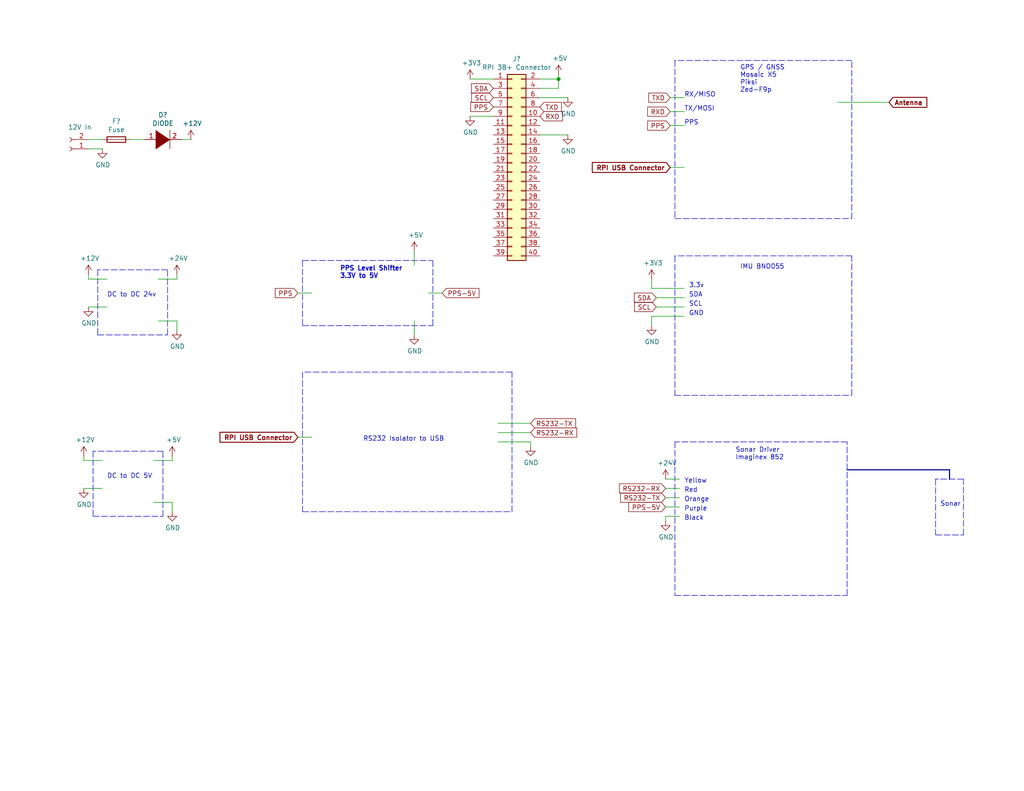
<source format=kicad_sch>
(kicad_sch (version 20211123) (generator eeschema)
  (paper "USLetter")
  (title_block (title "Wirring Diagram") (date "2021-03-11") (rev "1") (company "CIDCO"))
  (lib_symbols
    (symbol "Connector:Conn_01x02_Female" (pin_names (offset 1.016) hide)
      (property "Reference" "J" (at 0 2.54 0))
      (property "Value" "Conn_01x02_Female" (at 0 -5.08 0))
      (symbol "Conn_01x02_Female_1_1"
        (arc (start 0 -2.032) (mid -0.508 -2.54) (end 0 -3.048) (stroke (width 0.1524)))
        (polyline (pts (xy -1.27 -2.54) (xy -0.508 -2.54)) (stroke (width 0.1524)))
        (polyline (pts (xy -1.27 0) (xy -0.508 0)) (stroke (width 0.1524)))
        (arc (start 0 0.508) (mid -0.508 0) (end 0 -0.508) (stroke (width 0.1524)))
        (pin passive line (at -5.08 0 0) (length 3.81) (name "Pin_1") (number "1"))
        (pin passive line (at -5.08 -2.54 0) (length 3.81) (name "Pin_2") (number "2"))
      )
    )
    (symbol "Connector_Generic:Conn_02x20_Odd_Even" (pin_names (offset 1.016) hide)
      (property "Reference" "J" (at 1.27 25.4 0))
      (property "Value" "Conn_02x20_Odd_Even" (at 1.27 -27.94 0))
      (symbol "Conn_02x20_Odd_Even_1_1"
        (rectangle (start -1.27 -25.273) (end 0 -25.527) (stroke (width 0.1524)))
        (rectangle (start -1.27 -22.733) (end 0 -22.987) (stroke (width 0.1524)))
        (rectangle (start -1.27 -20.193) (end 0 -20.447) (stroke (width 0.1524)))
        (rectangle (start -1.27 -17.653) (end 0 -17.907) (stroke (width 0.1524)))
        (rectangle (start -1.27 -15.113) (end 0 -15.367) (stroke (width 0.1524)))
        (rectangle (start -1.27 -12.573) (end 0 -12.827) (stroke (width 0.1524)))
        (rectangle (start -1.27 -10.033) (end 0 -10.287) (stroke (width 0.1524)))
        (rectangle (start -1.27 -7.493) (end 0 -7.747) (stroke (width 0.1524)))
        (rectangle (start -1.27 -4.953) (end 0 -5.207) (stroke (width 0.1524)))
        (rectangle (start -1.27 -2.413) (end 0 -2.667) (stroke (width 0.1524)))
        (rectangle (start -1.27 0.127) (end 0 -0.127) (stroke (width 0.1524)))
        (rectangle (start -1.27 2.667) (end 0 2.413) (stroke (width 0.1524)))
        (rectangle (start -1.27 5.207) (end 0 4.953) (stroke (width 0.1524)))
        (rectangle (start -1.27 7.747) (end 0 7.493) (stroke (width 0.1524)))
        (rectangle (start -1.27 10.287) (end 0 10.033) (stroke (width 0.1524)))
        (rectangle (start -1.27 12.827) (end 0 12.573) (stroke (width 0.1524)))
        (rectangle (start -1.27 15.367) (end 0 15.113) (stroke (width 0.1524)))
        (rectangle (start -1.27 17.907) (end 0 17.653) (stroke (width 0.1524)))
        (rectangle (start -1.27 20.447) (end 0 20.193) (stroke (width 0.1524)))
        (rectangle (start -1.27 22.987) (end 0 22.733) (stroke (width 0.1524)))
        (rectangle (start -1.27 24.13) (end 3.81 -26.67) (stroke (width 0.254)) (fill (type background)))
        (rectangle (start 3.81 -25.273) (end 2.54 -25.527) (stroke (width 0.1524)))
        (rectangle (start 3.81 -22.733) (end 2.54 -22.987) (stroke (width 0.1524)))
        (rectangle (start 3.81 -20.193) (end 2.54 -20.447) (stroke (width 0.1524)))
        (rectangle (start 3.81 -17.653) (end 2.54 -17.907) (stroke (width 0.1524)))
        (rectangle (start 3.81 -15.113) (end 2.54 -15.367) (stroke (width 0.1524)))
        (rectangle (start 3.81 -12.573) (end 2.54 -12.827) (stroke (width 0.1524)))
        (rectangle (start 3.81 -10.033) (end 2.54 -10.287) (stroke (width 0.1524)))
        (rectangle (start 3.81 -7.493) (end 2.54 -7.747) (stroke (width 0.1524)))
        (rectangle (start 3.81 -4.953) (end 2.54 -5.207) (stroke (width 0.1524)))
        (rectangle (start 3.81 -2.413) (end 2.54 -2.667) (stroke (width 0.1524)))
        (rectangle (start 3.81 0.127) (end 2.54 -0.127) (stroke (width 0.1524)))
        (rectangle (start 3.81 2.667) (end 2.54 2.413) (stroke (width 0.1524)))
        (rectangle (start 3.81 5.207) (end 2.54 4.953) (stroke (width 0.1524)))
        (rectangle (start 3.81 7.747) (end 2.54 7.493) (stroke (width 0.1524)))
        (rectangle (start 3.81 10.287) (end 2.54 10.033) (stroke (width 0.1524)))
        (rectangle (start 3.81 12.827) (end 2.54 12.573) (stroke (width 0.1524)))
        (rectangle (start 3.81 15.367) (end 2.54 15.113) (stroke (width 0.1524)))
        (rectangle (start 3.81 17.907) (end 2.54 17.653) (stroke (width 0.1524)))
        (rectangle (start 3.81 20.447) (end 2.54 20.193) (stroke (width 0.1524)))
        (rectangle (start 3.81 22.987) (end 2.54 22.733) (stroke (width 0.1524)))
        (pin passive line (at -5.08 22.86 0) (length 3.81) (name "Pin_1") (number "1"))
        (pin passive line (at 7.62 12.7 180) (length 3.81) (name "Pin_10") (number "10"))
        (pin passive line (at -5.08 10.16 0) (length 3.81) (name "Pin_11") (number "11"))
        (pin passive line (at 7.62 10.16 180) (length 3.81) (name "Pin_12") (number "12"))
        (pin passive line (at -5.08 7.62 0) (length 3.81) (name "Pin_13") (number "13"))
        (pin passive line (at 7.62 7.62 180) (length 3.81) (name "Pin_14") (number "14"))
        (pin passive line (at -5.08 5.08 0) (length 3.81) (name "Pin_15") (number "15"))
        (pin passive line (at 7.62 5.08 180) (length 3.81) (name "Pin_16") (number "16"))
        (pin passive line (at -5.08 2.54 0) (length 3.81) (name "Pin_17") (number "17"))
        (pin passive line (at 7.62 2.54 180) (length 3.81) (name "Pin_18") (number "18"))
        (pin passive line (at -5.08 0 0) (length 3.81) (name "Pin_19") (number "19"))
        (pin passive line (at 7.62 22.86 180) (length 3.81) (name "Pin_2") (number "2"))
        (pin passive line (at 7.62 0 180) (length 3.81) (name "Pin_20") (number "20"))
        (pin passive line (at -5.08 -2.54 0) (length 3.81) (name "Pin_21") (number "21"))
        (pin passive line (at 7.62 -2.54 180) (length 3.81) (name "Pin_22") (number "22"))
        (pin passive line (at -5.08 -5.08 0) (length 3.81) (name "Pin_23") (number "23"))
        (pin passive line (at 7.62 -5.08 180) (length 3.81) (name "Pin_24") (number "24"))
        (pin passive line (at -5.08 -7.62 0) (length 3.81) (name "Pin_25") (number "25"))
        (pin passive line (at 7.62 -7.62 180) (length 3.81) (name "Pin_26") (number "26"))
        (pin passive line (at -5.08 -10.16 0) (length 3.81) (name "Pin_27") (number "27"))
        (pin passive line (at 7.62 -10.16 180) (length 3.81) (name "Pin_28") (number "28"))
        (pin passive line (at -5.08 -12.7 0) (length 3.81) (name "Pin_29") (number "29"))
        (pin passive line (at -5.08 20.32 0) (length 3.81) (name "Pin_3") (number "3"))
        (pin passive line (at 7.62 -12.7 180) (length 3.81) (name "Pin_30") (number "30"))
        (pin passive line (at -5.08 -15.24 0) (length 3.81) (name "Pin_31") (number "31"))
        (pin passive line (at 7.62 -15.24 180) (length 3.81) (name "Pin_32") (number "32"))
        (pin passive line (at -5.08 -17.78 0) (length 3.81) (name "Pin_33") (number "33"))
        (pin passive line (at 7.62 -17.78 180) (length 3.81) (name "Pin_34") (number "34"))
        (pin passive line (at -5.08 -20.32 0) (length 3.81) (name "Pin_35") (number "35"))
        (pin passive line (at 7.62 -20.32 180) (length 3.81) (name "Pin_36") (number "36"))
        (pin passive line (at -5.08 -22.86 0) (length 3.81) (name "Pin_37") (number "37"))
        (pin passive line (at 7.62 -22.86 180) (length 3.81) (name "Pin_38") (number "38"))
        (pin passive line (at -5.08 -25.4 0) (length 3.81) (name "Pin_39") (number "39"))
        (pin passive line (at 7.62 20.32 180) (length 3.81) (name "Pin_4") (number "4"))
        (pin passive line (at 7.62 -25.4 180) (length 3.81) (name "Pin_40") (number "40"))
        (pin passive line (at -5.08 17.78 0) (length 3.81) (name "Pin_5") (number "5"))
        (pin passive line (at 7.62 17.78 180) (length 3.81) (name "Pin_6") (number "6"))
        (pin passive line (at -5.08 15.24 0) (length 3.81) (name "Pin_7") (number "7"))
        (pin passive line (at 7.62 15.24 180) (length 3.81) (name "Pin_8") (number "8"))
        (pin passive line (at -5.08 12.7 0) (length 3.81) (name "Pin_9") (number "9"))
      )
    )
    (symbol "Device:Fuse" (pin_numbers hide) (pin_names (offset 0))
      (property "Reference" "F" (at 2.032 0 90))
      (property "Value" "Fuse" (at -1.905 0 90))
      (symbol "Fuse_0_1"
        (rectangle (start -0.762 -2.54) (end 0.762 2.54) (stroke (width 0.254)))
        (polyline (pts (xy 0 2.54) (xy 0 -2.54)))
      )
      (symbol "Fuse_1_1"
        (pin passive line (at 0 3.81 270) (length 1.27) (name "~") (number "1"))
        (pin passive line (at 0 -3.81 90) (length 1.27) (name "~") (number "2"))
      )
    )
    (symbol "power:+12V" (power) (pin_names (offset 0))
      (property "Value" "+12V" (at 0 3.556 0))
      (symbol "+12V_0_1"
        (polyline (pts (xy -0.762 1.27) (xy 0 2.54)))
        (polyline (pts (xy 0 0) (xy 0 2.54)))
        (polyline (pts (xy 0 2.54) (xy 0.762 1.27)))
      )
      (symbol "+12V_1_1"
        (pin power_in line (at 0 0 90) (length 0) hide (name "+12V") (number "1"))
      )
    )
    (symbol "power:+24V" (power) (pin_names (offset 0))
      (property "Value" "+24V" (at 0 3.556 0))
      (symbol "+24V_0_1"
        (polyline (pts (xy -0.762 1.27) (xy 0 2.54)))
        (polyline (pts (xy 0 0) (xy 0 2.54)))
        (polyline (pts (xy 0 2.54) (xy 0.762 1.27)))
      )
      (symbol "+24V_1_1"
        (pin power_in line (at 0 0 90) (length 0) hide (name "+24V") (number "1"))
      )
    )
    (symbol "power:+3V3" (power) (pin_names (offset 0))
      (property "Value" "+3V3" (at 0 3.556 0))
      (symbol "+3V3_0_1"
        (polyline (pts (xy -0.762 1.27) (xy 0 2.54)))
        (polyline (pts (xy 0 0) (xy 0 2.54)))
        (polyline (pts (xy 0 2.54) (xy 0.762 1.27)))
      )
      (symbol "+3V3_1_1"
        (pin power_in line (at 0 0 90) (length 0) hide (name "+3V3") (number "1"))
      )
    )
    (symbol "power:+5V" (power) (pin_names (offset 0))
      (property "Value" "+5V" (at 0 3.556 0))
      (symbol "+5V_0_1"
        (polyline (pts (xy -0.762 1.27) (xy 0 2.54)))
        (polyline (pts (xy 0 0) (xy 0 2.54)))
        (polyline (pts (xy 0 2.54) (xy 0.762 1.27)))
      )
      (symbol "+5V_1_1"
        (pin power_in line (at 0 0 90) (length 0) hide (name "+5V") (number "1"))
      )
    )
    (symbol "power:GND" (power) (pin_names (offset 0))
      (property "Value" "GND" (at 0 -3.81 0))
      (symbol "GND_0_1"
        (polyline (pts (xy 0 0) (xy 0 -1.27) (xy 1.27 -1.27) (xy 0 -2.54) (xy -1.27 -1.27) (xy 0 -1.27)))
      )
      (symbol "GND_1_1"
        (pin power_in line (at 0 0 270) (length 0) hide (name "GND") (number "1"))
      )
    )
    (symbol "pspice:DIODE" (pin_names (offset 1.016) hide)
      (property "Reference" "D" (at 0 3.81 0))
      (property "Value" "DIODE" (at 0 -4.445 0))
      (symbol "DIODE_0_1"
        (polyline (pts (xy 1.905 2.54) (xy 1.905 -2.54)))
        (polyline (pts (xy -1.905 2.54) (xy -1.905 -2.54) (xy 1.905 0)) (fill (type outline)))
      )
      (symbol "DIODE_1_1"
        (pin input line (at -5.08 0 0) (length 3.81) (name "K") (number "1"))
        (pin input line (at 5.08 0 180) (length 3.81) (name "A") (number "2"))
      )
    )
  )
  (junction (at 152.4 21.59))
  (wire (pts (xy 182.88 45.72) (xy 186.69 45.72)))
  (polyline (pts (xy 255.27 146.05) (xy 262.89 146.05)))
  (wire (pts (xy 113.03 72.39) (xy 113.03 68.58)))
  (polyline (pts (xy 44.45 140.97) (xy 44.45 123.19)))
  (wire (pts (xy 181.61 135.89) (xy 185.42 135.89)))
  (wire (pts (xy 24.13 74.93) (xy 24.13 76.2)))
  (wire (pts (xy 181.61 140.97) (xy 181.61 142.24)))
  (wire (pts (xy 147.32 21.59) (xy 152.4 21.59)))
  (polyline (pts (xy 232.41 59.69) (xy 232.41 16.51)))
  (polyline (pts (xy 82.55 139.7) (xy 139.7 139.7)))
  (polyline (pts (xy 82.55 71.12) (xy 82.55 88.9)))
  (wire (pts (xy 182.88 30.48) (xy 186.69 30.48)))
  (wire (pts (xy 116.84 80.01) (xy 120.65 80.01)))
  (polyline (pts (xy 26.67 91.44) (xy 45.72 91.44)))
  (polyline (pts (xy 262.89 130.81) (xy 255.27 130.81)))
  (polyline (pts (xy 231.14 120.65) (xy 184.15 120.65)))
  (wire (pts (xy 48.26 87.63) (xy 43.18 87.63)))
  (polyline (pts (xy 184.15 162.56) (xy 231.14 162.56)))
  (wire (pts (xy 144.78 120.65) (xy 144.78 121.92)))
  (polyline (pts (xy 26.67 73.66) (xy 26.67 91.44)))
  (wire (pts (xy 181.61 133.35) (xy 185.42 133.35)))
  (wire (pts (xy 48.26 90.17) (xy 48.26 87.63)))
  (polyline (pts (xy 139.7 139.7) (xy 139.7 101.6)))
  (wire (pts (xy 177.8 86.36) (xy 186.69 86.36)))
  (wire (pts (xy 147.32 24.13) (xy 152.4 24.13)))
  (bus (pts (xy 259.08 130.81) (xy 259.08 128.27)))
  (wire (pts (xy 22.86 125.73) (xy 27.94 125.73)))
  (wire (pts (xy 177.8 78.74) (xy 186.69 78.74)))
  (wire (pts (xy 48.26 76.2) (xy 43.18 76.2)))
  (wire (pts (xy 46.99 139.7) (xy 46.99 137.16)))
  (wire (pts (xy 147.32 36.83) (xy 154.94 36.83)))
  (polyline (pts (xy 184.15 107.95) (xy 232.41 107.95)))
  (wire (pts (xy 144.78 120.65) (xy 135.89 120.65)))
  (wire (pts (xy 179.07 81.28) (xy 186.69 81.28)))
  (wire (pts (xy 185.42 140.97) (xy 181.61 140.97)))
  (wire (pts (xy 46.99 125.73) (xy 41.91 125.73)))
  (wire (pts (xy 182.88 34.29) (xy 186.69 34.29)))
  (wire (pts (xy 46.99 124.46) (xy 46.99 125.73)))
  (polyline (pts (xy 82.55 101.6) (xy 82.55 139.7)))
  (wire (pts (xy 24.13 38.1) (xy 27.94 38.1)))
  (wire (pts (xy 181.61 130.81) (xy 185.42 130.81)))
  (polyline (pts (xy 232.41 16.51) (xy 184.15 16.51)))
  (wire (pts (xy 144.78 118.11) (xy 135.89 118.11)))
  (polyline (pts (xy 231.14 162.56) (xy 231.14 120.65)))
  (wire (pts (xy 152.4 21.59) (xy 152.4 20.32)))
  (wire (pts (xy 242.57 27.94) (xy 228.6 27.94)))
  (wire (pts (xy 186.69 26.67) (xy 182.88 26.67)))
  (wire (pts (xy 22.86 133.35) (xy 27.94 133.35)))
  (wire (pts (xy 81.28 119.38) (xy 85.09 119.38)))
  (wire (pts (xy 134.62 21.59) (xy 128.27 21.59)))
  (wire (pts (xy 113.03 91.44) (xy 113.03 87.63)))
  (wire (pts (xy 147.32 26.67) (xy 154.94 26.67)))
  (polyline (pts (xy 262.89 146.05) (xy 262.89 130.81)))
  (wire (pts (xy 24.13 83.82) (xy 29.21 83.82)))
  (wire (pts (xy 81.28 80.01) (xy 85.09 80.01)))
  (bus (pts (xy 259.08 128.27) (xy 231.14 128.27)))
  (polyline (pts (xy 232.41 69.85) (xy 184.15 69.85)))
  (wire (pts (xy 144.78 115.57) (xy 135.89 115.57)))
  (polyline (pts (xy 82.55 88.9) (xy 118.11 88.9)))
  (polyline (pts (xy 45.72 73.66) (xy 26.67 73.66)))
  (polyline (pts (xy 184.15 16.51) (xy 184.15 59.69)))
  (wire (pts (xy 48.26 74.93) (xy 48.26 76.2)))
  (polyline (pts (xy 45.72 91.44) (xy 45.72 73.66)))
  (polyline (pts (xy 139.7 101.6) (xy 82.55 101.6)))
  (wire (pts (xy 46.99 137.16) (xy 41.91 137.16)))
  (polyline (pts (xy 25.4 123.19) (xy 25.4 140.97)))
  (wire (pts (xy 181.61 138.43) (xy 185.42 138.43)))
  (wire (pts (xy 128.27 31.75) (xy 134.62 31.75)))
  (polyline (pts (xy 255.27 130.81) (xy 255.27 146.05)))
  (polyline (pts (xy 184.15 120.65) (xy 184.15 162.56)))
  (polyline (pts (xy 232.41 107.95) (xy 232.41 69.85)))
  (wire (pts (xy 24.13 76.2) (xy 29.21 76.2)))
  (polyline (pts (xy 44.45 123.19) (xy 25.4 123.19)))
  (wire (pts (xy 22.86 124.46) (xy 22.86 125.73)))
  (polyline (pts (xy 118.11 88.9) (xy 118.11 71.12)))
  (wire (pts (xy 177.8 76.2) (xy 177.8 78.74)))
  (wire (pts (xy 152.4 24.13) (xy 152.4 21.59)))
  (polyline (pts (xy 184.15 69.85) (xy 184.15 107.95)))
  (wire (pts (xy 179.07 83.82) (xy 186.69 83.82)))
  (wire (pts (xy 177.8 88.9) (xy 177.8 86.36)))
  (polyline (pts (xy 82.55 71.12) (xy 118.11 71.12)))
  (wire (pts (xy 24.13 40.64) (xy 27.94 40.64)))
  (wire (pts (xy 35.56 38.1) (xy 39.37 38.1)))
  (polyline (pts (xy 184.15 59.69) (xy 232.41 59.69)))
  (polyline (pts (xy 25.4 140.97) (xy 44.45 140.97)))
  (wire (pts (xy 49.53 38.1) (xy 52.07 38.1)))
  (text "RS232 Isolator to USB" (at 99.06 120.65 0) (effects (font (size 1.27 1.27)) (justify left bottom)))
  (text "GND" (at 187.96 86.36 0) (effects (font (size 1.27 1.27)) (justify left bottom)))
  (text "GPS / GNSS\nMosaic X5\nPiksi\nZed-F9p" (at 201.93 25.4 0) (effects (font (size 1.27 1.27)) (justify left bottom)))
  (text "SDA" (at 187.96 81.28 0) (effects (font (size 1.27 1.27)) (justify left bottom)))
  (text "DC to DC 5V" (at 29.21 130.81 0) (effects (font (size 1.27 1.27)) (justify left bottom)))
  (text "Sonar Driver\nImaginex 852\n" (at 200.66 125.73 0) (effects (font (size 1.27 1.27)) (justify left bottom)))
  (text "Black" (at 186.69 142.24 0) (effects (font (size 1.27 1.27)) (justify left bottom)))
  (text "IMU BNO055" (at 201.93 73.66 0) (effects (font (size 1.27 1.27)) (justify left bottom)))
  (text "DC to DC 24v" (at 29.21 81.28 0) (effects (font (size 1.27 1.27)) (justify left bottom)))
  (text "RX/MISO" (at 186.69 26.67 0) (effects (font (size 1.27 1.27)) (justify left bottom)))
  (text "3.3v" (at 187.96 78.74 0) (effects (font (size 1.27 1.27)) (justify left bottom)))
  (text "Sonar" (at 256.54 138.43 0) (effects (font (size 1.27 1.27)) (justify left bottom)))
  (text "TX/MOSI" (at 186.69 30.48 0) (effects (font (size 1.27 1.27)) (justify left bottom)))
  (text "Red" (at 186.69 134.62 0) (effects (font (size 1.27 1.27)) (justify left bottom)))
  (text "Orange" (at 186.69 137.16 0) (effects (font (size 1.27 1.27)) (justify left bottom)))
  (text "Yellow" (at 186.69 132.08 0) (effects (font (size 1.27 1.27)) (justify left bottom)))
  (text "Purple" (at 186.69 139.7 0) (effects (font (size 1.27 1.27)) (justify left bottom)))
  (text "PPS" (at 186.69 34.29 0) (effects (font (size 1.27 1.27)) (justify left bottom)))
  (text "PPS Level Shifter\n3.3V to 5V" (at 92.71 76.2 0) (effects (font (size 1.27 1.27) bold) (justify left bottom)))
  (text "SCL" (at 187.96 83.82 0) (effects (font (size 1.27 1.27)) (justify left bottom)))
  (global_label "TXD" (shape input) (at 147.32 29.21 0) (property "Intersheet References" "${INTERSHEET_REFS}" (effects hide)))
  (global_label "RS232-RX" (shape input) (at 181.61 133.35 180) (property "Intersheet References" "${INTERSHEET_REFS}" (effects hide)))
  (global_label "PPS-5V" (shape input) (at 181.61 138.43 180) (property "Intersheet References" "${INTERSHEET_REFS}" (effects hide)))
  (global_label "PPS-5V" (shape input) (at 120.65 80.01 0) (property "Intersheet References" "${INTERSHEET_REFS}" (effects hide)))
  (global_label "Antenna" (shape input) (at 242.57 27.94 0) (effects (font bold)) (property "Intersheet References" "${INTERSHEET_REFS}" (effects hide)))
  (global_label "PPS" (shape input) (at 81.28 80.01 180) (property "Intersheet References" "${INTERSHEET_REFS}" (effects hide)))
  (global_label "RS232-TX" (shape input) (at 144.78 115.57 0) (property "Intersheet References" "${INTERSHEET_REFS}" (effects hide)))
  (global_label "PPS" (shape input) (at 182.88 34.29 180) (property "Intersheet References" "${INTERSHEET_REFS}" (effects hide)))
  (global_label "SCL" (shape input) (at 179.07 83.82 180) (property "Intersheet References" "${INTERSHEET_REFS}" (effects hide)))
  (global_label "SDA" (shape input) (at 134.62 24.13 180) (property "Intersheet References" "${INTERSHEET_REFS}" (effects hide)))
  (global_label "SCL" (shape input) (at 134.62 26.67 180) (property "Intersheet References" "${INTERSHEET_REFS}" (effects hide)))
  (global_label "RPI USB Connector" (shape input) (at 81.28 119.38 180) (effects (font bold)) (property "Intersheet References" "${INTERSHEET_REFS}" (effects hide)))
  (global_label "RXD" (shape input) (at 147.32 31.75 0) (property "Intersheet References" "${INTERSHEET_REFS}" (effects hide)))
  (global_label "RS232-TX" (shape input) (at 181.61 135.89 180) (property "Intersheet References" "${INTERSHEET_REFS}" (effects hide)))
  (global_label "RS232-RX" (shape input) (at 144.78 118.11 0) (property "Intersheet References" "${INTERSHEET_REFS}" (effects hide)))
  (global_label "TXD" (shape input) (at 182.88 26.67 180) (property "Intersheet References" "${INTERSHEET_REFS}" (effects hide)))
  (global_label "RXD" (shape input) (at 182.88 30.48 180) (property "Intersheet References" "${INTERSHEET_REFS}" (effects hide)))
  (global_label "RPI USB Connector" (shape input) (at 182.88 45.72 180) (effects (font (thickness 0.254) bold)) (property "Intersheet References" "${INTERSHEET_REFS}" (effects hide)))
  (global_label "PPS" (shape input) (at 134.62 29.21 180) (property "Intersheet References" "${INTERSHEET_REFS}" (effects hide)))
  (global_label "SDA" (shape input) (at 179.07 81.28 180) (property "Intersheet References" "${INTERSHEET_REFS}" (effects hide)))
  (symbol (lib_id "Device:Fuse") (at 31.75 38.1 270) (unit 1)
    (property "Reference" "F?" (at 31.75 33.0962 90))
    (property "Value" "Fuse" (at 31.75 35.4076 90))
  )
  (symbol (lib_id "pspice:DIODE") (at 44.45 38.1 0) (unit 1)
    (property "Reference" "D?" (at 44.45 31.369 0))
    (property "Value" "DIODE" (at 44.45 33.6804 0))
  )
  (symbol (lib_id "Connector:Conn_01x02_Female") (at 19.05 40.64 180) (unit 1)
    (property "Reference" "j1" (effects hide))
    (property "Value" "12V In" (at 21.7932 34.7218 0))
  )
  (symbol (lib_id "power:GND") (at 27.94 40.64 0) (unit 1)
    (property "Reference" "#PWR?" (effects hide))
    (property "Value" "GND" (at 28.067 45.0342 0))
  )
  (symbol (lib_id "power:+12V") (at 52.07 38.1 0) (unit 1)
    (property "Reference" "#PWR?" (effects hide))
    (property "Value" "+12V" (at 52.451 33.7058 0))
  )
  (symbol (lib_id "power:+12V") (at 24.13 74.93 0) (unit 1)
    (property "Reference" "#PWR?" (effects hide))
    (property "Value" "+12V" (at 24.511 70.5358 0))
  )
  (symbol (lib_id "power:GND") (at 24.13 83.82 0) (unit 1)
    (property "Reference" "#PWR?" (effects hide))
    (property "Value" "GND" (at 24.257 88.2142 0))
  )
  (symbol (lib_id "power:GND") (at 48.26 90.17 0) (unit 1)
    (property "Reference" "#PWR?" (effects hide))
    (property "Value" "GND" (at 48.387 94.5642 0))
  )
  (symbol (lib_id "power:+24V") (at 48.26 74.93 0) (unit 1)
    (property "Reference" "#PWR?" (effects hide))
    (property "Value" "+24V" (at 48.641 70.5358 0))
  )
  (symbol (lib_id "power:+12V") (at 22.86 124.46 0) (unit 1)
    (property "Reference" "#PWR?" (effects hide))
    (property "Value" "+12V" (at 23.241 120.0658 0))
  )
  (symbol (lib_id "power:GND") (at 22.86 133.35 0) (unit 1)
    (property "Reference" "#PWR?" (effects hide))
    (property "Value" "GND" (at 22.987 137.7442 0))
  )
  (symbol (lib_id "power:GND") (at 46.99 139.7 0) (unit 1)
    (property "Reference" "#PWR?" (effects hide))
    (property "Value" "GND" (at 47.117 144.0942 0))
  )
  (symbol (lib_id "Connector_Generic:Conn_02x20_Odd_Even") (at 139.7 44.45 0) (unit 1)
    (property "Reference" "J?" (at 140.97 16.0782 0))
    (property "Value" "RPI 3B+ Connector" (at 140.97 18.3896 0))
  )
  (symbol (lib_id "power:+3V3") (at 128.27 21.59 0) (unit 1)
    (property "Reference" "#PWR?" (effects hide))
    (property "Value" "+3V3" (at 128.651 17.1958 0))
  )
  (symbol (lib_id "power:+5V") (at 152.4 20.32 0) (unit 1)
    (property "Reference" "#PWR?" (effects hide))
    (property "Value" "+5V" (at 152.781 15.9258 0))
  )
  (symbol (lib_id "power:+5V") (at 46.99 124.46 0) (unit 1)
    (property "Reference" "#PWR?" (effects hide))
    (property "Value" "+5V" (at 47.371 120.0658 0))
  )
  (symbol (lib_id "power:GND") (at 128.27 31.75 0) (unit 1)
    (property "Reference" "#PWR?" (effects hide))
    (property "Value" "GND" (at 128.397 36.1442 0))
  )
  (symbol (lib_id "power:GND") (at 154.94 26.67 0) (unit 1)
    (property "Reference" "#PWR?" (effects hide))
    (property "Value" "GND" (at 155.067 31.0642 0))
  )
  (symbol (lib_id "power:GND") (at 154.94 36.83 0) (unit 1)
    (property "Reference" "#PWR?" (effects hide))
    (property "Value" "GND" (at 155.067 41.2242 0))
  )
  (symbol (lib_id "power:+3V3") (at 177.8 76.2 0) (unit 1)
    (property "Reference" "#PWR?" (effects hide))
    (property "Value" "+3V3" (at 178.181 71.8058 0))
  )
  (symbol (lib_id "power:GND") (at 177.8 88.9 0) (unit 1)
    (property "Reference" "#PWR?" (effects hide))
    (property "Value" "GND" (at 177.927 93.2942 0))
  )
  (symbol (lib_id "power:+24V") (at 181.61 130.81 0) (unit 1)
    (property "Reference" "#PWR?" (effects hide))
    (property "Value" "+24V" (at 181.991 126.4158 0))
  )
  (symbol (lib_id "power:GND") (at 181.61 142.24 0) (unit 1)
    (property "Reference" "#PWR?" (effects hide))
    (property "Value" "GND" (at 181.737 146.6342 0))
  )
  (symbol (lib_id "power:GND") (at 144.78 121.92 0) (unit 1)
    (property "Reference" "#PWR?" (effects hide))
    (property "Value" "GND" (at 144.907 126.3142 0))
  )
  (symbol (lib_id "power:+5V") (at 113.03 68.58 0) (unit 1)
    (property "Reference" "#PWR?" (effects hide))
    (property "Value" "+5V" (at 113.411 64.1858 0))
  )
  (symbol (lib_id "power:GND") (at 113.03 91.44 0) (unit 1)
    (property "Reference" "#PWR?" (effects hide))
    (property "Value" "GND" (at 113.157 95.8342 0))
  )
)
</source>
